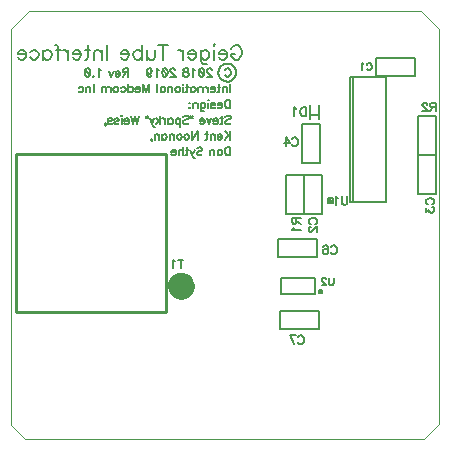
<source format=gbo>
G04*
G04  File:            OPENGEIGER1.0.GBO, Sat Apr 20 15:36:22 2019*
G04  Source:          P-CAD 2004 PCB, Version 18.03.448, (C:\Users\Kent\Documents\customers\Medcom\OpenSource\OpenGeiger\OpenGeiger1.0.PCB)*
G04  Format:          Gerber Format (RS-274-D), ASCII*
G04*
G04  Format Options:  Absolute Positioning*
G04                   Leading-Zero Suppression*
G04                   Scale Factor 1:1*
G04                   NO Circular Interpolation*
G04                   Inch Units*
G04                   Numeric Format: 4.4 (XXXX.XXXX)*
G04                   G54 NOT Used for Aperture Change*
G04                   Apertures Embedded*
G04*
G04  File Options:    Offset = (0.0mil,0.0mil)*
G04                   Drill Symbol Size = 80.0mil*
G04                   No Pad/Via Holes*
G04*
G04  File Contents:   No Pads*
G04                   No Vias*
G04                   Designators*
G04                   No Types*
G04                   Values*
G04                   No Drill Symbols*
G04                   Board*
G04                   Bot Silk*
G04*
%INOPENGEIGER1.0.GBO*%
%ICAS*%
%MOIN*%
G04*
G04  Aperture MACROs for general use --- invoked via D-code assignment *
G04*
G04  General MACRO for flashed round with rotation and/or offset hole *
%AMROTOFFROUND*
1,1,$1,0.0000,0.0000*
1,0,$2,$3,$4*%
G04*
G04  General MACRO for flashed oval (obround) with rotation and/or offset hole *
%AMROTOFFOVAL*
21,1,$1,$2,0.0000,0.0000,$3*
1,1,$4,$5,$6*
1,1,$4,0-$5,0-$6*
1,0,$7,$8,$9*%
G04*
G04  General MACRO for flashed oval (obround) with rotation and no hole *
%AMROTOVALNOHOLE*
21,1,$1,$2,0.0000,0.0000,$3*
1,1,$4,$5,$6*
1,1,$4,0-$5,0-$6*%
G04*
G04  General MACRO for flashed rectangle with rotation and/or offset hole *
%AMROTOFFRECT*
21,1,$1,$2,0.0000,0.0000,$3*
1,0,$4,$5,$6*%
G04*
G04  General MACRO for flashed rectangle with rotation and no hole *
%AMROTRECTNOHOLE*
21,1,$1,$2,0.0000,0.0000,$3*%
G04*
G04  General MACRO for flashed rounded-rectangle *
%AMROUNDRECT*
21,1,$1,$2-$4,0.0000,0.0000,$3*
21,1,$1-$4,$2,0.0000,0.0000,$3*
1,1,$4,$5,$6*
1,1,$4,$7,$8*
1,1,$4,0-$5,0-$6*
1,1,$4,0-$7,0-$8*
1,0,$9,$10,$11*%
G04*
G04  General MACRO for flashed rounded-rectangle with rotation and no hole *
%AMROUNDRECTNOHOLE*
21,1,$1,$2-$4,0.0000,0.0000,$3*
21,1,$1-$4,$2,0.0000,0.0000,$3*
1,1,$4,$5,$6*
1,1,$4,$7,$8*
1,1,$4,0-$5,0-$6*
1,1,$4,0-$7,0-$8*%
G04*
G04  General MACRO for flashed regular polygon *
%AMREGPOLY*
5,1,$1,0.0000,0.0000,$2,$3+$4*
1,0,$5,$6,$7*%
G04*
G04  General MACRO for flashed regular polygon with no hole *
%AMREGPOLYNOHOLE*
5,1,$1,0.0000,0.0000,$2,$3+$4*%
G04*
G04  General MACRO for target *
%AMTARGET*
6,0,0,$1,$2,$3,4,$4,$5,$6*%
G04*
G04  General MACRO for mounting hole *
%AMMTHOLE*
1,1,$1,0,0*
1,0,$2,0,0*
$1=$1-$2*
$1=$1/2*
21,1,$2+$1,$3,0,0,$4*
21,1,$3,$2+$1,0,0,$4*%
G04*
G04*
G04  D10 : "Ellipse X8.0mil Y8.0mil H0.0mil 0.0deg (0.0mil,0.0mil) Draw"*
G04  Disc: OuterDia=0.0080*
%ADD10C, 0.0080*%
G04  D11 : "Ellipse X10.0mil Y10.0mil H0.0mil 0.0deg (0.0mil,0.0mil) Draw"*
G04  Disc: OuterDia=0.0100*
%ADD11C, 0.0100*%
G04  D12 : "Ellipse X12.0mil Y12.0mil H0.0mil 0.0deg (0.0mil,0.0mil) Draw"*
G04  Disc: OuterDia=0.0120*
%ADD12C, 0.0120*%
G04  D13 : "Ellipse X15.0mil Y15.0mil H0.0mil 0.0deg (0.0mil,0.0mil) Draw"*
G04  Disc: OuterDia=0.0150*
%ADD13C, 0.0150*%
G04  D14 : "Ellipse X16.0mil Y16.0mil H0.0mil 0.0deg (0.0mil,0.0mil) Draw"*
G04  Disc: OuterDia=0.0160*
%ADD14C, 0.0160*%
G04  D15 : "Ellipse X2.0mil Y2.0mil H0.0mil 0.0deg (0.0mil,0.0mil) Draw"*
G04  Disc: OuterDia=0.0020*
%ADD15C, 0.0020*%
G04  D16 : "Ellipse X2.0mil Y2.0mil H0.0mil 0.0deg (0.0mil,0.0mil) Draw"*
G04  Disc: OuterDia=0.0020*
%ADD16C, 0.0020*%
G04  D17 : "Ellipse X20.0mil Y20.0mil H0.0mil 0.0deg (0.0mil,0.0mil) Draw"*
G04  Disc: OuterDia=0.0200*
%ADD17C, 0.0200*%
G04  D18 : "Ellipse X25.0mil Y25.0mil H0.0mil 0.0deg (0.0mil,0.0mil) Draw"*
G04  Disc: OuterDia=0.0250*
%ADD18C, 0.0250*%
G04  D19 : "Ellipse X3.9mil Y3.9mil H0.0mil 0.0deg (0.0mil,0.0mil) Draw"*
G04  Disc: OuterDia=0.0039*
%ADD19C, 0.0039*%
G04  D20 : "Ellipse X4.0mil Y4.0mil H0.0mil 0.0deg (0.0mil,0.0mil) Draw"*
G04  Disc: OuterDia=0.0040*
%ADD20C, 0.0040*%
G04  D21 : "Ellipse X5.0mil Y5.0mil H0.0mil 0.0deg (0.0mil,0.0mil) Draw"*
G04  Disc: OuterDia=0.0050*
%ADD21C, 0.0050*%
G04  D22 : "Ellipse X50.0mil Y50.0mil H0.0mil 0.0deg (0.0mil,0.0mil) Draw"*
G04  Disc: OuterDia=0.0500*
%ADD22C, 0.0500*%
G04  D23 : "Ellipse X6.0mil Y6.0mil H0.0mil 0.0deg (0.0mil,0.0mil) Draw"*
G04  Disc: OuterDia=0.0060*
%ADD23C, 0.0060*%
G04  D24 : "Ellipse X6.0mil Y6.0mil H0.0mil 0.0deg (0.0mil,0.0mil) Draw"*
G04  Disc: OuterDia=0.0060*
%ADD24C, 0.0060*%
G04  D25 : "Ellipse X7.0mil Y7.0mil H0.0mil 0.0deg (0.0mil,0.0mil) Draw"*
G04  Disc: OuterDia=0.0070*
%ADD25C, 0.0070*%
G04  D26 : "Ellipse X204.0mil Y204.0mil H0.0mil 0.0deg (0.0mil,0.0mil) Flash"*
G04  Disc: OuterDia=0.2040*
%ADD26C, 0.2040*%
G04  D27 : "Ellipse X40.0mil Y40.0mil H0.0mil 0.0deg (0.0mil,0.0mil) Flash"*
G04  Disc: OuterDia=0.0400*
%ADD27C, 0.0400*%
G04  D28 : "Ellipse X44.0mil Y44.0mil H0.0mil 0.0deg (0.0mil,0.0mil) Flash"*
G04  Disc: OuterDia=0.0440*
%ADD28C, 0.0440*%
G04  D29 : "Ellipse X60.0mil Y60.0mil H0.0mil 0.0deg (0.0mil,0.0mil) Flash"*
G04  Disc: OuterDia=0.0600*
%ADD29C, 0.0600*%
G04  D30 : "Ellipse X64.0mil Y64.0mil H0.0mil 0.0deg (0.0mil,0.0mil) Flash"*
G04  Disc: OuterDia=0.0640*
%ADD30C, 0.0640*%
G04  D31 : "Ellipse X70.0mil Y70.0mil H0.0mil 0.0deg (0.0mil,0.0mil) Flash"*
G04  Disc: OuterDia=0.0700*
%ADD31C, 0.0700*%
G04  D32 : "Ellipse X74.0mil Y74.0mil H0.0mil 0.0deg (0.0mil,0.0mil) Flash"*
G04  Disc: OuterDia=0.0740*
%ADD32C, 0.0740*%
G04  D33 : "Ellipse X80.0mil Y80.0mil H0.0mil 0.0deg (0.0mil,0.0mil) Flash"*
G04  Disc: OuterDia=0.0800*
%ADD33C, 0.0800*%
G04  D34 : "Ellipse X84.0mil Y84.0mil H0.0mil 0.0deg (0.0mil,0.0mil) Flash"*
G04  Disc: OuterDia=0.0840*
%ADD34C, 0.0840*%
G04  D35 : "Mounting Hole X200.0mil Y200.0mil H0.0mil 0.0deg (0.0mil,0.0mil) Flash"*
G04  Mounting Hole: Diameter=0.2000, Rotation=0.0, LineWidth=0.0050 *
%ADD35MTHOLE, 0.2000 X0.1800 X0.0050 X0.0*%
G04  D36 : "Oval X75.0mil Y45.0mil H0.0mil 0.0deg (0.0mil,0.0mil) Flash"*
G04  Obround: DimX=0.0750, DimY=0.0450, Rotation=0.0, OffsetX=0.0000, OffsetY=0.0000, HoleDia=0.0000 *
%ADD36O, 0.0750 X0.0450*%
G04  D37 : "Oval X30.0mil Y56.0mil H0.0mil 0.0deg (0.0mil,0.0mil) Flash"*
G04  Obround: DimX=0.0300, DimY=0.0560, Rotation=0.0, OffsetX=0.0000, OffsetY=0.0000, HoleDia=0.0000 *
%ADD37O, 0.0300 X0.0560*%
G04  D38 : "Oval X30.0mil Y86.0mil H0.0mil 0.0deg (0.0mil,0.0mil) Flash"*
G04  Obround: DimX=0.0300, DimY=0.0860, Rotation=0.0, OffsetX=0.0000, OffsetY=0.0000, HoleDia=0.0000 *
%ADD38O, 0.0300 X0.0860*%
G04  D39 : "Rounded Rectangle X80.0mil Y104.0mil H0.0mil 0.0deg (0.0mil,0.0mil) Flash"*
G04  RoundRct: DimX=0.0800, DimY=0.1040, CornerRad=0.0200, Rotation=0.0, OffsetX=0.0000, OffsetY=0.0000, HoleDia=0.0000 *
%ADD39ROUNDRECTNOHOLE, 0.0800 X0.1040 X0.0 X0.0400 X-0.0200 X-0.0320 X-0.0200 X0.0320*%
G04  D40 : "Rounded Rectangle X86.0mil Y110.0mil H0.0mil 0.0deg (0.0mil,0.0mil) Flash"*
G04  RoundRct: DimX=0.0860, DimY=0.1100, CornerRad=0.0215, Rotation=0.0, OffsetX=0.0000, OffsetY=0.0000, HoleDia=0.0000 *
%ADD40ROUNDRECTNOHOLE, 0.0860 X0.1100 X0.0 X0.0430 X-0.0215 X-0.0335 X-0.0215 X0.0335*%
G04  D41 : "Rounded Rectangle X90.0mil Y114.0mil H0.0mil 0.0deg (0.0mil,0.0mil) Flash"*
G04  RoundRct: DimX=0.0900, DimY=0.1140, CornerRad=0.0225, Rotation=0.0, OffsetX=0.0000, OffsetY=0.0000, HoleDia=0.0000 *
%ADD41ROUNDRECTNOHOLE, 0.0900 X0.1140 X0.0 X0.0450 X-0.0225 X-0.0345 X-0.0225 X0.0345*%
G04  D42 : "Rounded Rectangle X33.8mil Y33.8mil H0.0mil 0.0deg (0.0mil,0.0mil) Flash"*
G04  RoundRct: DimX=0.0338, DimY=0.0338, CornerRad=0.0084, Rotation=0.0, OffsetX=0.0000, OffsetY=0.0000, HoleDia=0.0000 *
%ADD42ROUNDRECTNOHOLE, 0.0338 X0.0338 X0.0 X0.0169 X-0.0084 X-0.0084 X-0.0084 X0.0084*%
G04  D43 : "Rounded Rectangle X39.8mil Y39.8mil H0.0mil 0.0deg (0.0mil,0.0mil) Flash"*
G04  RoundRct: DimX=0.0398, DimY=0.0398, CornerRad=0.0099, Rotation=0.0, OffsetX=0.0000, OffsetY=0.0000, HoleDia=0.0000 *
%ADD43ROUNDRECTNOHOLE, 0.0398 X0.0398 X0.0 X0.0199 X-0.0099 X-0.0099 X-0.0099 X0.0099*%
G04  D44 : "Rounded Rectangle X43.8mil Y43.8mil H0.0mil 0.0deg (0.0mil,0.0mil) Flash"*
G04  RoundRct: DimX=0.0438, DimY=0.0438, CornerRad=0.0109, Rotation=0.0, OffsetX=0.0000, OffsetY=0.0000, HoleDia=0.0000 *
%ADD44ROUNDRECTNOHOLE, 0.0438 X0.0438 X0.0 X0.0219 X-0.0109 X-0.0109 X-0.0109 X0.0109*%
G04  D45 : "Rounded Rectangle X54.0mil Y34.0mil H0.0mil 0.0deg (0.0mil,0.0mil) Flash"*
G04  RoundRct: DimX=0.0540, DimY=0.0340, CornerRad=0.0085, Rotation=0.0, OffsetX=0.0000, OffsetY=0.0000, HoleDia=0.0000 *
%ADD45ROUNDRECTNOHOLE, 0.0540 X0.0340 X0.0 X0.0170 X-0.0185 X-0.0085 X-0.0185 X0.0085*%
G04  D46 : "Rounded Rectangle X54.0mil Y42.0mil H0.0mil 0.0deg (0.0mil,0.0mil) Flash"*
G04  RoundRct: DimX=0.0540, DimY=0.0420, CornerRad=0.0105, Rotation=0.0, OffsetX=0.0000, OffsetY=0.0000, HoleDia=0.0000 *
%ADD46ROUNDRECTNOHOLE, 0.0540 X0.0420 X0.0 X0.0210 X-0.0165 X-0.0105 X-0.0165 X0.0105*%
G04  D47 : "Rounded Rectangle X60.0mil Y40.0mil H0.0mil 0.0deg (0.0mil,0.0mil) Flash"*
G04  RoundRct: DimX=0.0600, DimY=0.0400, CornerRad=0.0100, Rotation=0.0, OffsetX=0.0000, OffsetY=0.0000, HoleDia=0.0000 *
%ADD47ROUNDRECTNOHOLE, 0.0600 X0.0400 X0.0 X0.0200 X-0.0200 X-0.0100 X-0.0200 X0.0100*%
G04  D48 : "Rounded Rectangle X40.0mil Y60.0mil H0.0mil 0.0deg (0.0mil,0.0mil) Flash"*
G04  RoundRct: DimX=0.0400, DimY=0.0600, CornerRad=0.0100, Rotation=0.0, OffsetX=0.0000, OffsetY=0.0000, HoleDia=0.0000 *
%ADD48ROUNDRECTNOHOLE, 0.0400 X0.0600 X0.0 X0.0200 X-0.0100 X-0.0200 X-0.0100 X0.0200*%
G04  D49 : "Rounded Rectangle X60.0mil Y48.0mil H0.0mil 0.0deg (0.0mil,0.0mil) Flash"*
G04  RoundRct: DimX=0.0600, DimY=0.0480, CornerRad=0.0120, Rotation=0.0, OffsetX=0.0000, OffsetY=0.0000, HoleDia=0.0000 *
%ADD49ROUNDRECTNOHOLE, 0.0600 X0.0480 X0.0 X0.0240 X-0.0180 X-0.0120 X-0.0180 X0.0120*%
G04  D50 : "Rounded Rectangle X64.0mil Y44.0mil H0.0mil 0.0deg (0.0mil,0.0mil) Flash"*
G04  RoundRct: DimX=0.0640, DimY=0.0440, CornerRad=0.0110, Rotation=0.0, OffsetX=0.0000, OffsetY=0.0000, HoleDia=0.0000 *
%ADD50ROUNDRECTNOHOLE, 0.0640 X0.0440 X0.0 X0.0220 X-0.0210 X-0.0110 X-0.0210 X0.0110*%
G04  D51 : "Rounded Rectangle X44.0mil Y64.0mil H0.0mil 0.0deg (0.0mil,0.0mil) Flash"*
G04  RoundRct: DimX=0.0440, DimY=0.0640, CornerRad=0.0110, Rotation=0.0, OffsetX=0.0000, OffsetY=0.0000, HoleDia=0.0000 *
%ADD51ROUNDRECTNOHOLE, 0.0440 X0.0640 X0.0 X0.0220 X-0.0110 X-0.0210 X-0.0110 X0.0210*%
G04  D52 : "Rounded Rectangle X64.0mil Y52.0mil H0.0mil 0.0deg (0.0mil,0.0mil) Flash"*
G04  RoundRct: DimX=0.0640, DimY=0.0520, CornerRad=0.0130, Rotation=0.0, OffsetX=0.0000, OffsetY=0.0000, HoleDia=0.0000 *
%ADD52ROUNDRECTNOHOLE, 0.0640 X0.0520 X0.0 X0.0260 X-0.0190 X-0.0130 X-0.0190 X0.0130*%
G04  D53 : "Rectangle X80.0mil Y104.0mil H0.0mil 0.0deg (0.0mil,0.0mil) Flash"*
G04  Rectangular: DimX=0.0800, DimY=0.1040, Rotation=0.0, OffsetX=0.0000, OffsetY=0.0000, HoleDia=0.0000 *
%ADD53R, 0.0800 X0.1040*%
G04  D54 : "Rectangle X86.0mil Y110.0mil H0.0mil 0.0deg (0.0mil,0.0mil) Flash"*
G04  Rectangular: DimX=0.0860, DimY=0.1100, Rotation=0.0, OffsetX=0.0000, OffsetY=0.0000, HoleDia=0.0000 *
%ADD54R, 0.0860 X0.1100*%
G04  D55 : "Rectangle X90.0mil Y114.0mil H0.0mil 0.0deg (0.0mil,0.0mil) Flash"*
G04  Rectangular: DimX=0.0900, DimY=0.1140, Rotation=0.0, OffsetX=0.0000, OffsetY=0.0000, HoleDia=0.0000 *
%ADD55R, 0.0900 X0.1140*%
G04  D56 : "Rectangle X13.7mil Y17.6mil H0.0mil 0.0deg (0.0mil,0.0mil) Flash"*
G04  Rectangular: DimX=0.0137, DimY=0.0176, Rotation=0.0, OffsetX=0.0000, OffsetY=0.0000, HoleDia=0.0000 *
%ADD56R, 0.0137 X0.0176*%
G04  D57 : "Rectangle X17.6mil Y13.7mil H0.0mil 0.0deg (0.0mil,0.0mil) Flash"*
G04  Rectangular: DimX=0.0176, DimY=0.0137, Rotation=0.0, OffsetX=0.0000, OffsetY=0.0000, HoleDia=0.0000 *
%ADD57R, 0.0176 X0.0137*%
G04  D58 : "Rectangle X19.7mil Y23.6mil H0.0mil 0.0deg (0.0mil,0.0mil) Flash"*
G04  Rectangular: DimX=0.0197, DimY=0.0236, Rotation=0.0, OffsetX=0.0000, OffsetY=0.0000, HoleDia=0.0000 *
%ADD58R, 0.0197 X0.0236*%
G04  D59 : "Rectangle X23.6mil Y19.7mil H0.0mil 0.0deg (0.0mil,0.0mil) Flash"*
G04  Rectangular: DimX=0.0236, DimY=0.0197, Rotation=0.0, OffsetX=0.0000, OffsetY=0.0000, HoleDia=0.0000 *
%ADD59R, 0.0236 X0.0197*%
G04  D60 : "Rectangle X23.7mil Y27.6mil H0.0mil 0.0deg (0.0mil,0.0mil) Flash"*
G04  Rectangular: DimX=0.0237, DimY=0.0276, Rotation=0.0, OffsetX=0.0000, OffsetY=0.0000, HoleDia=0.0000 *
%ADD60R, 0.0237 X0.0276*%
G04  D61 : "Rectangle X27.6mil Y23.7mil H0.0mil 0.0deg (0.0mil,0.0mil) Flash"*
G04  Rectangular: DimX=0.0276, DimY=0.0237, Rotation=0.0, OffsetX=0.0000, OffsetY=0.0000, HoleDia=0.0000 *
%ADD61R, 0.0276 X0.0237*%
G04  D62 : "Rectangle X26.0mil Y34.0mil H0.0mil 0.0deg (0.0mil,0.0mil) Flash"*
G04  Rectangular: DimX=0.0260, DimY=0.0340, Rotation=0.0, OffsetX=0.0000, OffsetY=0.0000, HoleDia=0.0000 *
%ADD62R, 0.0260 X0.0340*%
G04  D63 : "Rectangle X34.0mil Y26.0mil H0.0mil 0.0deg (0.0mil,0.0mil) Flash"*
G04  Rectangular: DimX=0.0340, DimY=0.0260, Rotation=0.0, OffsetX=0.0000, OffsetY=0.0000, HoleDia=0.0000 *
%ADD63R, 0.0340 X0.0260*%
G04  D64 : "Rectangle X22.0mil Y30.0mil H0.0mil 0.0deg (0.0mil,0.0mil) Flash"*
G04  Rectangular: DimX=0.0220, DimY=0.0300, Rotation=0.0, OffsetX=0.0000, OffsetY=0.0000, HoleDia=0.0000 *
%ADD64R, 0.0220 X0.0300*%
G04  D65 : "Rectangle X32.0mil Y40.0mil H0.0mil 0.0deg (0.0mil,0.0mil) Flash"*
G04  Rectangular: DimX=0.0320, DimY=0.0400, Rotation=0.0, OffsetX=0.0000, OffsetY=0.0000, HoleDia=0.0000 *
%ADD65R, 0.0320 X0.0400*%
G04  D66 : "Rectangle X40.0mil Y32.0mil H0.0mil 0.0deg (0.0mil,0.0mil) Flash"*
G04  Rectangular: DimX=0.0400, DimY=0.0320, Rotation=0.0, OffsetX=0.0000, OffsetY=0.0000, HoleDia=0.0000 *
%ADD66R, 0.0400 X0.0320*%
G04  D67 : "Rectangle X28.0mil Y36.0mil H0.0mil 0.0deg (0.0mil,0.0mil) Flash"*
G04  Rectangular: DimX=0.0280, DimY=0.0360, Rotation=0.0, OffsetX=0.0000, OffsetY=0.0000, HoleDia=0.0000 *
%ADD67R, 0.0280 X0.0360*%
G04  D68 : "Rectangle X36.0mil Y44.0mil H0.0mil 0.0deg (0.0mil,0.0mil) Flash"*
G04  Rectangular: DimX=0.0360, DimY=0.0440, Rotation=0.0, OffsetX=0.0000, OffsetY=0.0000, HoleDia=0.0000 *
%ADD68R, 0.0360 X0.0440*%
G04  D69 : "Rectangle X44.0mil Y36.0mil H0.0mil 0.0deg (0.0mil,0.0mil) Flash"*
G04  Rectangular: DimX=0.0440, DimY=0.0360, Rotation=0.0, OffsetX=0.0000, OffsetY=0.0000, HoleDia=0.0000 *
%ADD69R, 0.0440 X0.0360*%
G04  D70 : "Rectangle X44.0mil Y34.0mil H0.0mil 0.0deg (0.0mil,0.0mil) Flash"*
G04  Rectangular: DimX=0.0440, DimY=0.0340, Rotation=0.0, OffsetX=0.0000, OffsetY=0.0000, HoleDia=0.0000 *
%ADD70R, 0.0440 X0.0340*%
G04  D71 : "Rectangle X34.0mil Y44.0mil H0.0mil 0.0deg (0.0mil,0.0mil) Flash"*
G04  Rectangular: DimX=0.0340, DimY=0.0440, Rotation=0.0, OffsetX=0.0000, OffsetY=0.0000, HoleDia=0.0000 *
%ADD71R, 0.0340 X0.0440*%
G04  D72 : "Rectangle X50.0mil Y40.0mil H0.0mil 0.0deg (0.0mil,0.0mil) Flash"*
G04  Rectangular: DimX=0.0500, DimY=0.0400, Rotation=0.0, OffsetX=0.0000, OffsetY=0.0000, HoleDia=0.0000 *
%ADD72R, 0.0500 X0.0400*%
G04  D73 : "Rectangle X40.0mil Y50.0mil H0.0mil 0.0deg (0.0mil,0.0mil) Flash"*
G04  Rectangular: DimX=0.0400, DimY=0.0500, Rotation=0.0, OffsetX=0.0000, OffsetY=0.0000, HoleDia=0.0000 *
%ADD73R, 0.0400 X0.0500*%
G04  D74 : "Rectangle X54.0mil Y42.0mil H0.0mil 0.0deg (0.0mil,0.0mil) Flash"*
G04  Rectangular: DimX=0.0540, DimY=0.0420, Rotation=0.0, OffsetX=0.0000, OffsetY=0.0000, HoleDia=0.0000 *
%ADD74R, 0.0540 X0.0420*%
G04  D75 : "Rectangle X54.0mil Y44.0mil H0.0mil 0.0deg (0.0mil,0.0mil) Flash"*
G04  Rectangular: DimX=0.0540, DimY=0.0440, Rotation=0.0, OffsetX=0.0000, OffsetY=0.0000, HoleDia=0.0000 *
%ADD75R, 0.0540 X0.0440*%
G04  D76 : "Rectangle X44.0mil Y54.0mil H0.0mil 0.0deg (0.0mil,0.0mil) Flash"*
G04  Rectangular: DimX=0.0440, DimY=0.0540, Rotation=0.0, OffsetX=0.0000, OffsetY=0.0000, HoleDia=0.0000 *
%ADD76R, 0.0440 X0.0540*%
G04  D77 : "Rectangle X94.0mil Y59.0mil H0.0mil 0.0deg (0.0mil,0.0mil) Flash"*
G04  Rectangular: DimX=0.0940, DimY=0.0590, Rotation=0.0, OffsetX=0.0000, OffsetY=0.0000, HoleDia=0.0000 *
%ADD77R, 0.0940 X0.0590*%
G04  D78 : "Rectangle X40.0mil Y60.0mil H0.0mil 0.0deg (0.0mil,0.0mil) Flash"*
G04  Rectangular: DimX=0.0400, DimY=0.0600, Rotation=0.0, OffsetX=0.0000, OffsetY=0.0000, HoleDia=0.0000 *
%ADD78R, 0.0400 X0.0600*%
G04  D79 : "Rectangle X60.0mil Y48.0mil H0.0mil 0.0deg (0.0mil,0.0mil) Flash"*
G04  Rectangular: DimX=0.0600, DimY=0.0480, Rotation=0.0, OffsetX=0.0000, OffsetY=0.0000, HoleDia=0.0000 *
%ADD79R, 0.0600 X0.0480*%
G04  D80 : "Rectangle X44.0mil Y64.0mil H0.0mil 0.0deg (0.0mil,0.0mil) Flash"*
G04  Rectangular: DimX=0.0440, DimY=0.0640, Rotation=0.0, OffsetX=0.0000, OffsetY=0.0000, HoleDia=0.0000 *
%ADD80R, 0.0440 X0.0640*%
G04  D81 : "Rectangle X64.0mil Y52.0mil H0.0mil 0.0deg (0.0mil,0.0mil) Flash"*
G04  Rectangular: DimX=0.0640, DimY=0.0520, Rotation=0.0, OffsetX=0.0000, OffsetY=0.0000, HoleDia=0.0000 *
%ADD81R, 0.0640 X0.0520*%
G04  D82 : "Rectangle X100.0mil Y65.0mil H0.0mil 0.0deg (0.0mil,0.0mil) Flash"*
G04  Rectangular: DimX=0.1000, DimY=0.0650, Rotation=0.0, OffsetX=0.0000, OffsetY=0.0000, HoleDia=0.0000 *
%ADD82R, 0.1000 X0.0650*%
G04  D83 : "Rectangle X104.0mil Y69.0mil H0.0mil 0.0deg (0.0mil,0.0mil) Flash"*
G04  Rectangular: DimX=0.1040, DimY=0.0690, Rotation=0.0, OffsetX=0.0000, OffsetY=0.0000, HoleDia=0.0000 *
%ADD83R, 0.1040 X0.0690*%
G04  D84 : "Rectangle X70.0mil Y70.0mil H0.0mil 0.0deg (0.0mil,0.0mil) Flash"*
G04  Square: Side=0.0700, Rotation=0.0, OffsetX=0.0000, OffsetY=0.0000, HoleDia=0.0000*
%ADD84R, 0.0700 X0.0700*%
G04  D85 : "Rectangle X74.0mil Y20.0mil H0.0mil 0.0deg (0.0mil,0.0mil) Flash"*
G04  Rectangular: DimX=0.0740, DimY=0.0200, Rotation=0.0, OffsetX=0.0000, OffsetY=0.0000, HoleDia=0.0000 *
%ADD85R, 0.0740 X0.0200*%
G04  D86 : "Rectangle X74.0mil Y74.0mil H0.0mil 0.0deg (0.0mil,0.0mil) Flash"*
G04  Square: Side=0.0740, Rotation=0.0, OffsetX=0.0000, OffsetY=0.0000, HoleDia=0.0000*
%ADD86R, 0.0740 X0.0740*%
G04  D87 : "Rectangle X80.0mil Y26.0mil H0.0mil 0.0deg (0.0mil,0.0mil) Flash"*
G04  Rectangular: DimX=0.0800, DimY=0.0260, Rotation=0.0, OffsetX=0.0000, OffsetY=0.0000, HoleDia=0.0000 *
%ADD87R, 0.0800 X0.0260*%
G04  D88 : "Rectangle X84.0mil Y30.0mil H0.0mil 0.0deg (0.0mil,0.0mil) Flash"*
G04  Rectangular: DimX=0.0840, DimY=0.0300, Rotation=0.0, OffsetX=0.0000, OffsetY=0.0000, HoleDia=0.0000 *
%ADD88R, 0.0840 X0.0300*%
G04  D89 : "Rectangle X40.0mil Y90.0mil H0.0mil 0.0deg (0.0mil,0.0mil) Flash"*
G04  Rectangular: DimX=0.0400, DimY=0.0900, Rotation=0.0, OffsetX=0.0000, OffsetY=0.0000, HoleDia=0.0000 *
%ADD89R, 0.0400 X0.0900*%
G04  D90 : "Rectangle X80.0mil Y90.0mil H0.0mil 0.0deg (0.0mil,0.0mil) Flash"*
G04  Rectangular: DimX=0.0800, DimY=0.0900, Rotation=0.0, OffsetX=0.0000, OffsetY=0.0000, HoleDia=0.0000 *
%ADD90R, 0.0800 X0.0900*%
G04  D91 : "Rectangle X44.0mil Y94.0mil H0.0mil 0.0deg (0.0mil,0.0mil) Flash"*
G04  Rectangular: DimX=0.0440, DimY=0.0940, Rotation=0.0, OffsetX=0.0000, OffsetY=0.0000, HoleDia=0.0000 *
%ADD91R, 0.0440 X0.0940*%
G04  D92 : "Rectangle X84.0mil Y94.0mil H0.0mil 0.0deg (0.0mil,0.0mil) Flash"*
G04  Rectangular: DimX=0.0840, DimY=0.0940, Rotation=0.0, OffsetX=0.0000, OffsetY=0.0000, HoleDia=0.0000 *
%ADD92R, 0.0840 X0.0940*%
G04  D93 : "Ellipse X30.0mil Y30.0mil H0.0mil 0.0deg (0.0mil,0.0mil) Flash"*
G04  Disc: OuterDia=0.0300*
%ADD93C, 0.0300*%
G04  D94 : "Ellipse X34.0mil Y34.0mil H0.0mil 0.0deg (0.0mil,0.0mil) Flash"*
G04  Disc: OuterDia=0.0340*
%ADD94C, 0.0340*%
G04*
%FSLAX44Y44*%
%SFA1B1*%
%OFA0.0000B0.0000*%
G04*
G70*
G90*
G01*
D2*
%LNBoard*%
D20*
X9900Y14350*
X10350Y13900D1*
X10500Y28150D2*
X9900Y27550D1*
Y14350*
X24150Y14400D2*
Y27550D1*
X23650Y13900D2*
X24150Y14400D1*
X23550Y28150D2*
X24150Y27550D1*
X10350Y13900D2*
X23650D1*
X23550Y28150D2*
X10500D1*
%LNBot Silk*%
D2*
D24*
X16800Y26100*
X16816Y26002D1*
X16863Y25915*
X16935Y25848*
X17026Y25809*
X17124Y25801*
X17220Y25825*
X17303Y25879*
X17363Y25957*
X17395Y26050*
Y26149*
X17363Y26242*
X17303Y26320*
X17220Y26374*
X17124Y26398*
X17026Y26390*
X16935Y26351*
X16863Y26284*
X16816Y26197*
X16800Y26100*
D2*
D10*
X17238Y26903*
X17261Y26949D1*
X17306Y26994*
X17352Y27017*
X17444*
X17489Y26994*
X17535Y26949*
X17558Y26903*
X17581Y26834*
Y26720*
X17558Y26651*
X17535Y26606*
X17489Y26560*
X17444Y26537*
X17352*
X17306Y26560*
X17261Y26606*
X17238Y26651*
Y26720*
X17352*
X17100D2*
X16826D1*
Y26766*
X16849Y26811*
X16872Y26834*
X16917Y26857*
X16986*
X17032Y26834*
X17077Y26789*
X17100Y26720*
Y26674*
X17077Y26606*
X17032Y26560*
X16986Y26537*
X16917*
X16872Y26560*
X16826Y26606*
X16688Y27017D2*
X16666Y26994D1*
X16643Y27017*
X16666Y27040*
X16688Y27017*
X16666Y26857D2*
Y26537D1*
X16231Y26857D2*
Y26491D1*
X16254Y26422*
X16277Y26400*
X16322Y26377*
X16391*
X16437Y26400*
X16231Y26789D2*
X16277Y26834D1*
X16322Y26857*
X16391*
X16437Y26834*
X16483Y26789*
X16505Y26720*
Y26674*
X16483Y26606*
X16437Y26560*
X16391Y26537*
X16322*
X16277Y26560*
X16231Y26606*
X16071Y26720D2*
X15796D1*
Y26766*
X15819Y26811*
X15842Y26834*
X15888Y26857*
X15956*
X16002Y26834*
X16048Y26789*
X16071Y26720*
Y26674*
X16048Y26606*
X16002Y26560*
X15956Y26537*
X15888*
X15842Y26560*
X15796Y26606*
X15636Y26857D2*
Y26537D1*
Y26720D2*
X15613Y26789D1*
X15567Y26834*
X15522Y26857*
X15453*
X14949Y27017D2*
Y26537D1*
X15110Y27017D2*
X14789D1*
X14675Y26857D2*
Y26628D1*
X14652Y26560*
X14606Y26537*
X14538*
X14492Y26560*
X14423Y26628*
Y26857D2*
Y26537D1*
X14240Y27017D2*
Y26537D1*
Y26789D2*
X14194Y26834D1*
X14149Y26857*
X14080*
X14034Y26834*
X13988Y26789*
X13966Y26720*
Y26674*
X13988Y26606*
X14034Y26560*
X14080Y26537*
X14149*
X14194Y26560*
X14240Y26606*
X13828Y26720D2*
X13554D1*
Y26766*
X13577Y26811*
X13599Y26834*
X13645Y26857*
X13714*
X13760Y26834*
X13805Y26789*
X13828Y26720*
Y26674*
X13805Y26606*
X13760Y26560*
X13714Y26537*
X13645*
X13599Y26560*
X13554Y26606*
X13096Y27017D2*
Y26537D1*
X12913Y26857D2*
Y26537D1*
Y26766D2*
X12844Y26834D1*
X12799Y26857*
X12730*
X12684Y26834*
X12661Y26766*
Y26537*
X12455Y27017D2*
Y26628D1*
X12433Y26560*
X12387Y26537*
X12341*
X12524Y26857D2*
X12364D1*
X12227Y26720D2*
X11952D1*
Y26766*
X11975Y26811*
X11998Y26834*
X12044Y26857*
X12112*
X12158Y26834*
X12204Y26789*
X12227Y26720*
Y26674*
X12204Y26606*
X12158Y26560*
X12112Y26537*
X12044*
X11998Y26560*
X11952Y26606*
X11792Y26857D2*
Y26537D1*
Y26720D2*
X11769Y26789D1*
X11723Y26834*
X11677Y26857*
X11609*
X11357Y27017D2*
X11403D1*
X11449Y26994*
X11472Y26926*
Y26537*
X11540Y26857D2*
X11380D1*
X10968D2*
Y26537D1*
Y26789D2*
X11014Y26834D1*
X11060Y26857*
X11128*
X11174Y26834*
X11220Y26789*
X11243Y26720*
Y26674*
X11220Y26606*
X11174Y26560*
X11128Y26537*
X11060*
X11014Y26560*
X10968Y26606*
X10533Y26789D2*
X10579Y26834D1*
X10625Y26857*
X10694*
X10739Y26834*
X10785Y26789*
X10808Y26720*
Y26674*
X10785Y26606*
X10739Y26560*
X10694Y26537*
X10625*
X10579Y26560*
X10533Y26606*
X10396Y26720D2*
X10122D1*
Y26766*
X10144Y26811*
X10167Y26834*
X10213Y26857*
X10282*
X10327Y26834*
X10373Y26789*
X10396Y26720*
Y26674*
X10373Y26606*
X10327Y26560*
X10282Y26537*
X10213*
X10167Y26560*
X10122Y26606*
D2*
D24*
X17013Y26176*
X17026Y26203D1*
X17053Y26229*
X17079Y26242*
X17131*
X17158Y26229*
X17184Y26203*
X17197Y26176*
X17210Y26137*
Y26071*
X17197Y26032*
X17184Y26006*
X17158Y25980*
X17131Y25966*
X17079*
X17053Y25980*
X17026Y26006*
X17013Y26032*
X16580Y26176D2*
Y26190D1*
X16567Y26216*
X16554Y26229*
X16528Y26242*
X16475*
X16449Y26229*
X16436Y26216*
X16423Y26190*
Y26163*
X16436Y26137*
X16462Y26098*
X16593Y25966*
X16410*
X16252Y26242D2*
X16291Y26229D1*
X16318Y26190*
X16331Y26124*
Y26085*
X16318Y26019*
X16291Y25980*
X16252Y25966*
X16226*
X16186Y25980*
X16160Y26019*
X16147Y26085*
Y26124*
X16160Y26190*
X16186Y26229*
X16226Y26242*
X16252*
X16160Y26190D2*
X16318Y26019D1*
X16029Y26190D2*
X16003Y26203D1*
X15963Y26242*
Y25966*
X15740Y26242D2*
X15780Y26229D1*
X15793Y26203*
Y26176*
X15780Y26150*
X15753Y26137*
X15701Y26124*
X15661Y26111*
X15635Y26085*
X15622Y26058*
Y26019*
X15635Y25993*
X15648Y25980*
X15688Y25966*
X15740*
X15780Y25980*
X15793Y25993*
X15806Y26019*
Y26058*
X15793Y26085*
X15766Y26111*
X15727Y26124*
X15675Y26137*
X15648Y26150*
X15635Y26176*
Y26203*
X15648Y26229*
X15688Y26242*
X15740*
X15360Y26176D2*
Y26190D1*
X15346Y26216*
X15333Y26229*
X15307Y26242*
X15255*
X15228Y26229*
X15215Y26216*
X15202Y26190*
Y26163*
X15215Y26137*
X15241Y26098*
X15373Y25966*
X15189*
X15031Y26242D2*
X15071Y26229D1*
X15097Y26190*
X15110Y26124*
Y26085*
X15097Y26019*
X15071Y25980*
X15031Y25966*
X15005*
X14966Y25980*
X14940Y26019*
X14926Y26085*
Y26124*
X14940Y26190*
X14966Y26229*
X15005Y26242*
X15031*
X14940Y26190D2*
X15097Y26019D1*
X14808Y26190D2*
X14782Y26203D1*
X14743Y26242*
Y25966*
X14415Y26150D2*
X14428Y26111D1*
X14454Y26085*
X14493Y26071*
X14506*
X14546Y26085*
X14572Y26111*
X14585Y26150*
Y26163*
X14572Y26203*
X14546Y26229*
X14506Y26242*
X14493*
X14454Y26229*
X14428Y26203*
X14415Y26150*
Y26085*
X14428Y26019*
X14454Y25980*
X14493Y25966*
X14520*
X14559Y25980*
X14572Y26006*
X13798Y26111D2*
X13680D1*
X13640Y26124*
X13627Y26137*
X13614Y26163*
Y26190*
X13627Y26216*
X13640Y26229*
X13680Y26242*
X13798*
Y25966*
X13706Y26111D2*
X13614Y25966D1*
X13535Y26071D2*
X13378D1*
Y26098*
X13391Y26124*
X13404Y26137*
X13430Y26150*
X13470*
X13496Y26137*
X13522Y26111*
X13535Y26071*
Y26045*
X13522Y26006*
X13496Y25980*
X13470Y25966*
X13430*
X13404Y25980*
X13378Y26006*
X13312Y26150D2*
X13233Y25966D1*
X13155Y26150*
X12879Y26190D2*
X12853Y26203D1*
X12813Y26242*
Y25966*
X12630Y25993D2*
X12643Y25980D1*
X12630Y25966*
X12616Y25980*
X12630Y25993*
X12446Y26242D2*
X12485Y26229D1*
X12511Y26190*
X12525Y26124*
Y26085*
X12511Y26019*
X12485Y25980*
X12446Y25966*
X12420*
X12380Y25980*
X12354Y26019*
X12341Y26085*
Y26124*
X12354Y26190*
X12380Y26229*
X12420Y26242*
X12446*
X12354Y26190D2*
X12511Y26019D1*
X17197Y25717D2*
Y25441D1*
X17092Y25625D2*
Y25441D1*
Y25573D2*
X17053Y25612D1*
X17026Y25625*
X16987*
X16961Y25612*
X16948Y25573*
Y25441*
X16830Y25717D2*
Y25494D1*
X16816Y25455*
X16790Y25441*
X16764*
X16869Y25625D2*
X16777D1*
X16698Y25546D2*
X16541D1*
Y25573*
X16554Y25599*
X16567Y25612*
X16593Y25625*
X16633*
X16659Y25612*
X16685Y25586*
X16698Y25546*
Y25520*
X16685Y25481*
X16659Y25455*
X16633Y25441*
X16593*
X16567Y25455*
X16541Y25481*
X16449Y25625D2*
Y25441D1*
Y25546D2*
X16436Y25586D1*
X16410Y25612*
X16383Y25625*
X16344*
X16278D2*
Y25441D1*
Y25573D2*
X16239Y25612D1*
X16213Y25625*
X16173*
X16147Y25612*
X16134Y25573*
Y25441*
X15885Y25625D2*
Y25441D1*
Y25586D2*
X15911Y25612D1*
X15937Y25625*
X15976*
X16003Y25612*
X16029Y25586*
X16042Y25546*
Y25520*
X16029Y25481*
X16003Y25455*
X15976Y25441*
X15937*
X15911Y25455*
X15885Y25481*
X15766Y25717D2*
Y25494D1*
X15753Y25455*
X15727Y25441*
X15701*
X15806Y25625D2*
X15714D1*
X15635Y25717D2*
X15622Y25704D1*
X15609Y25717*
X15622Y25730*
X15635Y25717*
X15622Y25625D2*
Y25441D1*
X15465Y25625D2*
X15491Y25612D1*
X15517Y25586*
X15530Y25546*
Y25520*
X15517Y25481*
X15491Y25455*
X15465Y25441*
X15425*
X15399Y25455*
X15373Y25481*
X15360Y25520*
Y25546*
X15373Y25586*
X15399Y25612*
X15425Y25625*
X15465*
X15268D2*
Y25441D1*
Y25573D2*
X15228Y25612D1*
X15202Y25625*
X15163*
X15136Y25612*
X15123Y25573*
Y25441*
X14874Y25625D2*
Y25441D1*
Y25586D2*
X14900Y25612D1*
X14926Y25625*
X14966*
X14992Y25612*
X15018Y25586*
X15031Y25546*
Y25520*
X15018Y25481*
X14992Y25455*
X14966Y25441*
X14926*
X14900Y25455*
X14874Y25481*
X14769Y25717D2*
Y25441D1*
X14283D2*
Y25717D1*
X14388Y25441*
X14493Y25717*
Y25441*
X14191Y25546D2*
X14034D1*
Y25573*
X14047Y25599*
X14060Y25612*
X14086Y25625*
X14126*
X14152Y25612*
X14178Y25586*
X14191Y25546*
Y25520*
X14178Y25481*
X14152Y25455*
X14126Y25441*
X14086*
X14060Y25455*
X14034Y25481*
X13798Y25717D2*
Y25441D1*
Y25586D2*
X13824Y25612D1*
X13850Y25625*
X13890*
X13916Y25612*
X13942Y25586*
X13955Y25546*
Y25520*
X13942Y25481*
X13916Y25455*
X13890Y25441*
X13850*
X13824Y25455*
X13798Y25481*
X13548Y25586D2*
X13575Y25612D1*
X13601Y25625*
X13640*
X13666Y25612*
X13693Y25586*
X13706Y25546*
Y25520*
X13693Y25481*
X13666Y25455*
X13640Y25441*
X13601*
X13575Y25455*
X13548Y25481*
X13404Y25625D2*
X13430Y25612D1*
X13456Y25586*
X13470Y25546*
Y25520*
X13456Y25481*
X13430Y25455*
X13404Y25441*
X13365*
X13338Y25455*
X13312Y25481*
X13299Y25520*
Y25546*
X13312Y25586*
X13338Y25612*
X13365Y25625*
X13404*
X13207D2*
Y25441D1*
Y25573D2*
X13168Y25612D1*
X13141Y25625*
X13102*
X13076Y25612*
X13063Y25573*
Y25441*
Y25573D2*
X13023Y25612D1*
X12997Y25625*
X12958*
X12931Y25612*
X12918Y25573*
Y25441*
X12643Y25717D2*
Y25441D1*
X12538Y25625D2*
Y25441D1*
Y25573D2*
X12498Y25612D1*
X12472Y25625*
X12433*
X12406Y25612*
X12393Y25573*
Y25441*
X12144Y25586D2*
X12170Y25612D1*
X12196Y25625*
X12236*
X12262Y25612*
X12288Y25586*
X12301Y25546*
Y25520*
X12288Y25481*
X12262Y25455*
X12236Y25441*
X12196*
X12170Y25455*
X12144Y25481*
X17197Y25192D2*
Y24916D1*
X17105*
X17066Y24930*
X17040Y24956*
X17026Y24982*
X17013Y25021*
Y25087*
X17026Y25126*
X17040Y25153*
X17066Y25179*
X17105Y25192*
X17197*
X16935Y25021D2*
X16777D1*
Y25048*
X16790Y25074*
X16803Y25087*
X16830Y25100*
X16869*
X16895Y25087*
X16921Y25061*
X16935Y25021*
Y24995*
X16921Y24956*
X16895Y24930*
X16869Y24916*
X16830*
X16803Y24930*
X16777Y24956*
X16554Y25061D2*
X16567Y25087D1*
X16606Y25100*
X16646*
X16685Y25087*
X16698Y25061*
X16685Y25035*
X16659Y25021*
X16593Y25008*
X16567Y24995*
X16554Y24969*
Y24956*
X16567Y24930*
X16606Y24916*
X16646*
X16685Y24930*
X16698Y24956*
X16475Y25192D2*
X16462Y25179D1*
X16449Y25192*
X16462Y25205*
X16475Y25192*
X16462Y25100D2*
Y24916D1*
X16213Y25100D2*
Y24890D1*
X16226Y24851*
X16239Y24838*
X16265Y24825*
X16305*
X16331Y24838*
X16213Y25061D2*
X16239Y25087D1*
X16265Y25100*
X16305*
X16331Y25087*
X16357Y25061*
X16370Y25021*
Y24995*
X16357Y24956*
X16331Y24930*
X16305Y24916*
X16265*
X16239Y24930*
X16213Y24956*
X16108Y25100D2*
Y24916D1*
Y25048D2*
X16068Y25087D1*
X16042Y25100*
X16003*
X15976Y25087*
X15963Y25048*
Y24916*
X15845Y25100D2*
X15858Y25087D1*
X15845Y25074*
X15832Y25087*
X15845Y25100*
Y24943D2*
X15858Y24930D1*
X15845Y24916*
X15832Y24930*
X15845Y24943*
X17026Y24628D2*
X17053Y24654D1*
X17092Y24667*
X17145*
X17184Y24654*
X17210Y24628*
Y24601*
X17197Y24575*
X17184Y24562*
X17158Y24549*
X17079Y24523*
X17053Y24510*
X17040Y24496*
X17026Y24470*
Y24431*
X17053Y24405*
X17092Y24391*
X17145*
X17184Y24405*
X17210Y24431*
X16921Y24667D2*
Y24444D1*
X16908Y24405*
X16882Y24391*
X16856*
X16961Y24575D2*
X16869D1*
X16790Y24496D2*
X16633D1*
Y24523*
X16646Y24549*
X16659Y24562*
X16685Y24575*
X16725*
X16751Y24562*
X16777Y24536*
X16790Y24496*
Y24470*
X16777Y24431*
X16751Y24405*
X16725Y24391*
X16685*
X16659Y24405*
X16633Y24431*
X16567Y24575D2*
X16488Y24391D1*
X16410Y24575*
X16344Y24496D2*
X16186D1*
Y24523*
X16200Y24549*
X16213Y24562*
X16239Y24575*
X16278*
X16305Y24562*
X16331Y24536*
X16344Y24496*
Y24470*
X16331Y24431*
X16305Y24405*
X16278Y24391*
X16239*
X16213Y24405*
X16186Y24431*
X15937Y24641D2*
X15950Y24654D1*
X15937Y24667*
X15924Y24654*
Y24628*
X15937Y24601*
X15950Y24588*
X15885Y24641D2*
X15898Y24654D1*
X15885Y24667*
X15871Y24654*
Y24628*
X15885Y24601*
X15898Y24588*
X15622Y24628D2*
X15648Y24654D1*
X15688Y24667*
X15740*
X15780Y24654*
X15806Y24628*
Y24601*
X15793Y24575*
X15780Y24562*
X15753Y24549*
X15675Y24523*
X15648Y24510*
X15635Y24496*
X15622Y24470*
Y24431*
X15648Y24405*
X15688Y24391*
X15740*
X15780Y24405*
X15806Y24431*
X15530Y24575D2*
Y24300D1*
Y24536D2*
X15504Y24562D1*
X15478Y24575*
X15438*
X15412Y24562*
X15386Y24536*
X15373Y24496*
Y24470*
X15386Y24431*
X15412Y24405*
X15438Y24391*
X15478*
X15504Y24405*
X15530Y24431*
X15136Y24575D2*
Y24391D1*
Y24536D2*
X15163Y24562D1*
X15189Y24575*
X15228*
X15255Y24562*
X15281Y24536*
X15294Y24496*
Y24470*
X15281Y24431*
X15255Y24405*
X15228Y24391*
X15189*
X15163Y24405*
X15136Y24431*
X15031Y24575D2*
Y24391D1*
Y24496D2*
X15018Y24536D1*
X14992Y24562*
X14966Y24575*
X14926*
X14861Y24667D2*
Y24391D1*
X14730Y24575D2*
X14861Y24444D1*
X14808Y24496D2*
X14716Y24391D1*
X14664Y24575D2*
X14585Y24391D1*
X14611Y24339*
X14638Y24313*
X14664Y24300*
X14677*
X14506Y24575D2*
X14585Y24391D1*
X14441Y24641D2*
X14454Y24654D1*
X14441Y24667*
X14428Y24654*
Y24628*
X14441Y24601*
X14454Y24588*
X14388Y24641D2*
X14401Y24654D1*
X14388Y24667*
X14375Y24654*
Y24628*
X14388Y24601*
X14401Y24588*
X14152Y24667D2*
X14086Y24391D1*
X14021Y24667*
X13955Y24391*
X13890Y24667*
X13824Y24496D2*
X13666D1*
Y24523*
X13680Y24549*
X13693Y24562*
X13719Y24575*
X13758*
X13785Y24562*
X13811Y24536*
X13824Y24496*
Y24470*
X13811Y24431*
X13785Y24405*
X13758Y24391*
X13719*
X13693Y24405*
X13666Y24431*
X13588Y24667D2*
X13575Y24654D1*
X13561Y24667*
X13575Y24680*
X13588Y24667*
X13575Y24575D2*
Y24391D1*
X13338Y24536D2*
X13351Y24562D1*
X13391Y24575*
X13430*
X13470Y24562*
X13483Y24536*
X13470Y24510*
X13443Y24496*
X13378Y24483*
X13351Y24470*
X13338Y24444*
Y24431*
X13351Y24405*
X13391Y24391*
X13430*
X13470Y24405*
X13483Y24431*
X13115Y24536D2*
X13128Y24562D1*
X13168Y24575*
X13207*
X13246Y24562*
X13260Y24536*
X13246Y24510*
X13220Y24496*
X13155Y24483*
X13128Y24470*
X13115Y24444*
Y24431*
X13128Y24405*
X13168Y24391*
X13207*
X13246Y24405*
X13260Y24431*
X13023Y24405D2*
X13036Y24391D1*
X13050Y24405*
X13036Y24418*
X13023Y24405*
Y24378*
X13036Y24352*
X13050Y24339*
X17197Y24142D2*
Y23866D1*
X17013Y24142D2*
X17197Y23958D1*
X17131Y24024D2*
X17013Y23866D1*
X16935Y23971D2*
X16777D1*
Y23998*
X16790Y24024*
X16803Y24037*
X16830Y24050*
X16869*
X16895Y24037*
X16921Y24011*
X16935Y23971*
Y23945*
X16921Y23906*
X16895Y23880*
X16869Y23866*
X16830*
X16803Y23880*
X16777Y23906*
X16685Y24050D2*
Y23866D1*
Y23998D2*
X16646Y24037D1*
X16620Y24050*
X16580*
X16554Y24037*
X16541Y23998*
Y23866*
X16423Y24142D2*
Y23919D1*
X16410Y23880*
X16383Y23866*
X16357*
X16462Y24050D2*
X16370D1*
X15924Y24142D2*
Y23866D1*
X16108Y24142*
Y23866*
X15766Y24050D2*
X15793Y24037D1*
X15819Y24011*
X15832Y23971*
Y23945*
X15819Y23906*
X15793Y23880*
X15766Y23866*
X15727*
X15701Y23880*
X15675Y23906*
X15661Y23945*
Y23971*
X15675Y24011*
X15701Y24037*
X15727Y24050*
X15766*
X15517D2*
X15543Y24037D1*
X15570Y24011*
X15583Y23971*
Y23945*
X15570Y23906*
X15543Y23880*
X15517Y23866*
X15478*
X15451Y23880*
X15425Y23906*
X15412Y23945*
Y23971*
X15425Y24011*
X15451Y24037*
X15478Y24050*
X15517*
X15320D2*
Y23866D1*
Y23998D2*
X15281Y24037D1*
X15255Y24050*
X15215*
X15189Y24037*
X15176Y23998*
Y23866*
X14926Y24050D2*
Y23866D1*
Y24011D2*
X14953Y24037D1*
X14979Y24050*
X15018*
X15045Y24037*
X15071Y24011*
X15084Y23971*
Y23945*
X15071Y23906*
X15045Y23880*
X15018Y23866*
X14979*
X14953Y23880*
X14926Y23906*
X14821Y24050D2*
Y23866D1*
Y23998D2*
X14782Y24037D1*
X14756Y24050*
X14716*
X14690Y24037*
X14677Y23998*
Y23866*
X14572Y23880D2*
X14585Y23866D1*
X14598Y23880*
X14585Y23893*
X14572Y23880*
Y23853*
X14585Y23827*
X14598Y23814*
X17197Y23617D2*
Y23341D1*
X17105*
X17066Y23355*
X17040Y23381*
X17026Y23407*
X17013Y23446*
Y23512*
X17026Y23551*
X17040Y23578*
X17066Y23604*
X17105Y23617*
X17197*
X16777Y23525D2*
Y23341D1*
Y23486D2*
X16803Y23512D1*
X16830Y23525*
X16869*
X16895Y23512*
X16921Y23486*
X16935Y23446*
Y23420*
X16921Y23381*
X16895Y23355*
X16869Y23341*
X16830*
X16803Y23355*
X16777Y23381*
X16672Y23525D2*
Y23341D1*
Y23473D2*
X16633Y23512D1*
X16606Y23525*
X16567*
X16541Y23512*
X16528Y23473*
Y23341*
X16081Y23578D2*
X16108Y23604D1*
X16147Y23617*
X16200*
X16239Y23604*
X16265Y23578*
Y23551*
X16252Y23525*
X16239Y23512*
X16213Y23499*
X16134Y23473*
X16108Y23460*
X16095Y23446*
X16081Y23420*
Y23381*
X16108Y23355*
X16147Y23341*
X16200*
X16239Y23355*
X16265Y23381*
X16016Y23525D2*
X15937Y23341D1*
X15963Y23289*
X15990Y23263*
X16016Y23250*
X16029*
X15858Y23525D2*
X15937Y23341D1*
X15766Y23617D2*
Y23394D1*
X15753Y23355*
X15727Y23341*
X15701*
X15806Y23525D2*
X15714D1*
X15622Y23617D2*
Y23341D1*
Y23473D2*
X15583Y23512D1*
X15556Y23525*
X15517*
X15491Y23512*
X15478Y23473*
Y23341*
X15386Y23446D2*
X15228D1*
Y23473*
X15241Y23499*
X15255Y23512*
X15281Y23525*
X15320*
X15346Y23512*
X15373Y23486*
X15386Y23446*
Y23420*
X15373Y23381*
X15346Y23355*
X15320Y23341*
X15281*
X15255Y23355*
X15228Y23381*
D2*
D25*
X20100Y19950*
Y20550D1*
X18800D2*
Y19950D1*
X20100*
Y20550D2*
X18800D1*
D2*
D11*
D24*
X20557Y20273*
X20571Y20300D1*
X20598Y20326*
X20625Y20340*
X20678*
X20705Y20326*
X20732Y20300*
X20746Y20273*
X20759Y20232*
Y20165*
X20746Y20125*
X20732Y20098*
X20705Y20071*
X20678Y20057*
X20625*
X20598Y20071*
X20571Y20098*
X20557Y20125*
X20302Y20300D2*
X20315Y20326D1*
X20356Y20340*
X20382*
X20423Y20326*
X20450Y20286*
X20463Y20219*
Y20152*
X20450Y20098*
X20423Y20071*
X20382Y20057*
X20369*
X20329Y20071*
X20302Y20098*
X20288Y20138*
Y20152*
X20302Y20192*
X20329Y20219*
X20369Y20232*
X20382*
X20423Y20219*
X20450Y20192*
X20463Y20152*
X18880Y18720D2*
X20020D1*
Y19270D2*
X18880D1*
Y18720*
X20020D2*
Y19270D1*
D2*
D10*
X20180Y18780*
X20220D1*
X20260Y18740D2*
Y18860D1*
X20140*
Y18740*
X20260*
D2*
D11*
D24*
X20641Y19262*
Y19093D1*
X20629Y19060*
X20607Y19037*
X20573Y19026*
X20551*
X20517Y19037*
X20494Y19060*
X20483Y19093*
Y19262*
X20393Y19206D2*
Y19217D1*
X20382Y19240*
X20371Y19251*
X20348Y19262*
X20303*
X20281Y19251*
X20269Y19240*
X20258Y19217*
Y19195*
X20269Y19172*
X20292Y19138*
X20404Y19026*
X20247*
X19842Y24563D2*
Y25036D1*
X20157Y24563D2*
Y25036D1*
D2*
D10*
X19881Y24681*
X20118D1*
D2*
D11*
D24*
X19715Y24940*
Y24657D1*
X19621*
X19580Y24671*
X19553Y24698*
X19540Y24725*
X19526Y24765*
Y24832*
X19540Y24873*
X19553Y24900*
X19580Y24926*
X19621Y24940*
X19715*
X19405Y24886D2*
X19378Y24900D1*
X19338Y24940*
Y24657*
D2*
D25*
X23350Y26000*
Y26600D1*
X22050D2*
Y26000D1*
X23350*
Y26600D2*
X22050D1*
D2*
D11*
D24*
X21742Y26362*
X21753Y26385D1*
X21777Y26408*
X21800Y26420*
X21846*
X21869Y26408*
X21892Y26385*
X21903Y26362*
X21915Y26328*
Y26270*
X21903Y26235*
X21892Y26212*
X21869Y26189*
X21846Y26178*
X21800*
X21777Y26189*
X21753Y26212*
X21742Y26235*
X21638Y26374D2*
X21615Y26385D1*
X21581Y26420*
Y26178*
D2*
D25*
X19050Y21400*
X19650D1*
Y22700D2*
X19050D1*
Y21400*
X19650D2*
Y22700D1*
D2*
D11*
D24*
X19394Y21246*
Y21125D1*
X19380Y21084*
X19367Y21071*
X19340Y21057*
X19313*
X19286Y21071*
X19273Y21084*
X19259Y21125*
Y21246*
X19542*
X19394Y21152D2*
X19542Y21057D1*
X19313Y20936D2*
X19299Y20909D1*
X19259Y20869*
X19542*
D2*
D25*
X20200Y24400*
X19600D1*
Y23100D2*
X20200D1*
Y24400*
X19600D2*
Y23100D1*
D2*
D11*
D24*
X19257Y23873*
X19271Y23900D1*
X19298Y23926*
X19325Y23940*
X19378*
X19405Y23926*
X19432Y23900*
X19446Y23873*
X19459Y23832*
Y23765*
X19446Y23725*
X19432Y23698*
X19405Y23671*
X19378Y23657*
X19325*
X19298Y23671*
X19271Y23698*
X19257Y23725*
X19042Y23657D2*
Y23940D1*
X19177Y23752*
X18975*
D2*
D25*
X20250Y22700*
X19650D1*
Y21400D2*
X20250D1*
Y22700*
X19650D2*
Y21400D1*
D2*
D11*
D24*
X19876Y21057*
X19849Y21071D1*
X19823Y21098*
X19809Y21125*
Y21178*
X19823Y21205*
X19849Y21232*
X19876Y21246*
X19917Y21259*
X19984*
X20024Y21246*
X20051Y21232*
X20078Y21205*
X20092Y21178*
Y21125*
X20078Y21098*
X20051Y21071*
X20024Y21057*
X19876Y20963D2*
X19863D1*
X19836Y20950*
X19823Y20936*
X19809Y20909*
Y20856*
X19823Y20829*
X19836Y20815*
X19863Y20802*
X19890*
X19917Y20815*
X19957Y20842*
X20092Y20977*
Y20788*
D2*
D25*
X20150Y17550*
Y18150D1*
X18850D2*
Y17550D1*
X20150*
Y18150D2*
X18850D1*
D2*
D11*
D24*
X19457Y17273*
X19471Y17300D1*
X19498Y17326*
X19525Y17340*
X19578*
X19605Y17326*
X19632Y17300*
X19646Y17273*
X19659Y17232*
Y17165*
X19646Y17125*
X19632Y17098*
X19605Y17071*
X19578Y17057*
X19525*
X19498Y17071*
X19471Y17098*
X19457Y17125*
X19323Y17057D2*
X19188Y17340D1*
X19377*
D2*
D25*
X24050Y23350*
X23450D1*
Y22050D2*
X24050D1*
Y23350*
X23450D2*
Y22050D1*
D2*
D11*
D24*
X23776Y21707*
X23749Y21721D1*
X23723Y21748*
X23709Y21775*
Y21828*
X23723Y21855*
X23749Y21882*
X23776Y21896*
X23817Y21909*
X23884*
X23924Y21896*
X23951Y21882*
X23978Y21855*
X23992Y21828*
Y21775*
X23978Y21748*
X23951Y21721*
X23924Y21707*
X23709Y21600D2*
Y21452D1*
X23817Y21532*
Y21492*
X23830Y21465*
X23844Y21452*
X23884Y21438*
X23911*
X23951Y21452*
X23978Y21479*
X23992Y21519*
Y21559*
X23978Y21600*
X23965Y21613*
X23938Y21627*
D2*
D25*
X23450Y23350*
X24050D1*
Y24650D2*
X23450D1*
Y23350*
X24050D2*
Y24650D1*
D2*
D11*
D24*
X24046Y24955*
X23925D1*
X23884Y24969*
X23871Y24982*
X23857Y25009*
Y25036*
X23871Y25063*
X23884Y25076*
X23925Y25090*
X24046*
Y24807*
X23952Y24955D2*
X23857Y24807D1*
X23763Y25023D2*
Y25036D1*
X23750Y25063*
X23736Y25076*
X23709Y25090*
X23656*
X23629Y25076*
X23615Y25063*
X23602Y25036*
Y25009*
X23615Y24982*
X23642Y24942*
X23777Y24807*
X23588*
D2*
D10*
X21300Y25950*
Y21800D1*
X21200Y25950D2*
Y21800D1*
X22400Y25950D2*
Y21800D1*
X21200Y25950D2*
X22400D1*
X21200Y21800D2*
X22400D1*
X20480Y21780D2*
X20570D1*
X20480Y21790D2*
X20570D1*
X20480Y21800D2*
X20570D1*
X20480Y21810D2*
X20570D1*
X20480Y21820D2*
X20570D1*
X20480Y21830D2*
X20570D1*
X20480Y21840D2*
X20570D1*
X20480Y21850D2*
X20570D1*
X20480Y21860D2*
X20570D1*
X20610Y21740D2*
Y21910D1*
X20440*
Y21740*
X20610*
D2*
D11*
D24*
X21096Y21976*
Y21774D1*
X21082Y21734*
X21055Y21707*
X21015Y21694*
X20988*
X20948Y21707*
X20921Y21734*
X20907Y21774*
Y21976*
X20773Y21922D2*
X20746Y21936D1*
X20706Y21976*
Y21694*
D2*
D11*
X10050Y18125*
X15050D1*
Y23375D2*
X10050D1*
Y18125*
X15050D2*
Y23375D1*
D2*
D22*
X15550Y18800*
X15642Y18822D1*
X15714Y18886*
X15748Y18975*
X15737Y19070*
X15682Y19149*
X15597Y19194*
X15502*
X15417Y19149*
X15362Y19070*
X15351Y18975*
X15385Y18886*
X15457Y18822*
X15550Y18800*
D2*
D24*
X15545Y19867*
Y19591D1*
X15636Y19867D2*
X15453D1*
X15361Y19815D2*
X15335Y19828D1*
X15295Y19867*
Y19591*
D2*
D11*
D02M02*

</source>
